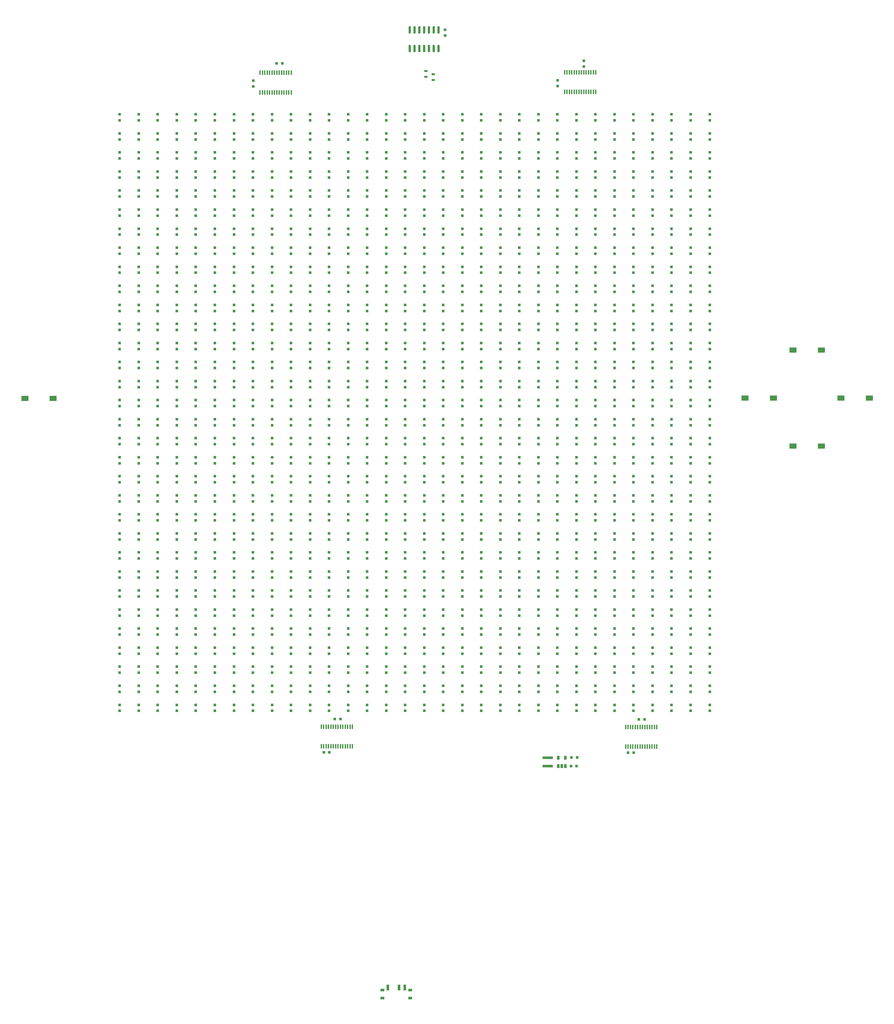
<source format=gtp>
%TF.GenerationSoftware,KiCad,Pcbnew,(5.1.9)-1*%
%TF.CreationDate,2021-07-16T12:39:06-07:00*%
%TF.ProjectId,CoronaBadge1,436f726f-6e61-4426-9164-6765312e6b69,rev?*%
%TF.SameCoordinates,Original*%
%TF.FileFunction,Paste,Top*%
%TF.FilePolarity,Positive*%
%FSLAX46Y46*%
G04 Gerber Fmt 4.6, Leading zero omitted, Abs format (unit mm)*
G04 Created by KiCad (PCBNEW (5.1.9)-1) date 2021-07-16 12:39:06*
%MOMM*%
%LPD*%
G01*
G04 APERTURE LIST*
%ADD10R,1.900000X1.400000*%
%ADD11R,0.800000X0.800000*%
%ADD12R,0.750000X0.800000*%
%ADD13R,0.400000X1.200000*%
%ADD14R,0.650000X1.060000*%
%ADD15R,1.000000X0.800000*%
%ADD16R,0.700000X1.500000*%
%ADD17R,0.900000X0.500000*%
%ADD18R,2.700000X0.800000*%
%ADD19R,0.800000X0.750000*%
G04 APERTURE END LIST*
D10*
X300650000Y-170400000D03*
X293150000Y-170400000D03*
X89750000Y-183200000D03*
X97250000Y-183200000D03*
X300650000Y-195800000D03*
X293150000Y-195800000D03*
X287950000Y-183100000D03*
X280450000Y-183100000D03*
X313350000Y-183100000D03*
X305850000Y-183100000D03*
D11*
X271080472Y-264250473D03*
X271080472Y-265850473D03*
X266041102Y-264250473D03*
X266041102Y-265850473D03*
X261001732Y-264250473D03*
X261001732Y-265850473D03*
X255962362Y-264250473D03*
X255962362Y-265850473D03*
X250922992Y-264250473D03*
X250922992Y-265850473D03*
X245883622Y-264250473D03*
X245883622Y-265850473D03*
X240844251Y-264250473D03*
X240844251Y-265850473D03*
X235804881Y-264250473D03*
X235804881Y-265850473D03*
X230765511Y-264250473D03*
X230765511Y-265850473D03*
X225726141Y-264250473D03*
X225726141Y-265850473D03*
X220686771Y-264250473D03*
X220686771Y-265850473D03*
X215647401Y-264250473D03*
X215647401Y-265850473D03*
X210608031Y-264250473D03*
X210608031Y-265850473D03*
X205568661Y-264250473D03*
X205568661Y-265850473D03*
X200529291Y-264250473D03*
X200529291Y-265850473D03*
X195489921Y-264250473D03*
X195489921Y-265850473D03*
X190450551Y-264250473D03*
X190450551Y-265850473D03*
X185411181Y-264250473D03*
X185411181Y-265850473D03*
X180371811Y-264250473D03*
X180371811Y-265850473D03*
X175332440Y-264250473D03*
X175332440Y-265850473D03*
X170293070Y-264250473D03*
X170293070Y-265850473D03*
X165253700Y-264250473D03*
X165253700Y-265850473D03*
X160214330Y-264250473D03*
X160214330Y-265850473D03*
X155174960Y-264250473D03*
X155174960Y-265850473D03*
X150135590Y-264250473D03*
X150135590Y-265850473D03*
X145096220Y-264250473D03*
X145096220Y-265850473D03*
X140056850Y-264250473D03*
X140056850Y-265850473D03*
X135017480Y-264250473D03*
X135017480Y-265850473D03*
X129978110Y-264250473D03*
X129978110Y-265850473D03*
X124938740Y-264250473D03*
X124938740Y-265850473D03*
X119899370Y-264250473D03*
X119899370Y-265850473D03*
X114860000Y-264250473D03*
X114860000Y-265850473D03*
X271080472Y-259211103D03*
X271080472Y-260811103D03*
X266041102Y-259211103D03*
X266041102Y-260811103D03*
X261001732Y-259211103D03*
X261001732Y-260811103D03*
X255962362Y-259211103D03*
X255962362Y-260811103D03*
X250922992Y-259211103D03*
X250922992Y-260811103D03*
X245883622Y-259211103D03*
X245883622Y-260811103D03*
X240844251Y-259211103D03*
X240844251Y-260811103D03*
X235804881Y-259211103D03*
X235804881Y-260811103D03*
X230765511Y-259211103D03*
X230765511Y-260811103D03*
X225726141Y-259211103D03*
X225726141Y-260811103D03*
X220686771Y-259211103D03*
X220686771Y-260811103D03*
X215647401Y-259211103D03*
X215647401Y-260811103D03*
X210608031Y-259211103D03*
X210608031Y-260811103D03*
X205568661Y-259211103D03*
X205568661Y-260811103D03*
X200529291Y-259211103D03*
X200529291Y-260811103D03*
X195489921Y-259211103D03*
X195489921Y-260811103D03*
X190450551Y-259211103D03*
X190450551Y-260811103D03*
X185411181Y-259211103D03*
X185411181Y-260811103D03*
X180371811Y-259211103D03*
X180371811Y-260811103D03*
X175332440Y-259211103D03*
X175332440Y-260811103D03*
X170293070Y-259211103D03*
X170293070Y-260811103D03*
X165253700Y-259211103D03*
X165253700Y-260811103D03*
X160214330Y-259211103D03*
X160214330Y-260811103D03*
X155174960Y-259211103D03*
X155174960Y-260811103D03*
X150135590Y-259211103D03*
X150135590Y-260811103D03*
X145096220Y-259211103D03*
X145096220Y-260811103D03*
X140056850Y-259211103D03*
X140056850Y-260811103D03*
X135017480Y-259211103D03*
X135017480Y-260811103D03*
X129978110Y-259211103D03*
X129978110Y-260811103D03*
X124938740Y-259211103D03*
X124938740Y-260811103D03*
X119899370Y-259211103D03*
X119899370Y-260811103D03*
X114860000Y-259211103D03*
X114860000Y-260811103D03*
X271080472Y-254171733D03*
X271080472Y-255771733D03*
X266041102Y-254171733D03*
X266041102Y-255771733D03*
X261001732Y-254171733D03*
X261001732Y-255771733D03*
X255962362Y-254171733D03*
X255962362Y-255771733D03*
X250922992Y-254171733D03*
X250922992Y-255771733D03*
X245883622Y-254171733D03*
X245883622Y-255771733D03*
X240844251Y-254171733D03*
X240844251Y-255771733D03*
X235804881Y-254171733D03*
X235804881Y-255771733D03*
X230765511Y-254171733D03*
X230765511Y-255771733D03*
X225726141Y-254171733D03*
X225726141Y-255771733D03*
X220686771Y-254171733D03*
X220686771Y-255771733D03*
X215647401Y-254171733D03*
X215647401Y-255771733D03*
X210608031Y-254171733D03*
X210608031Y-255771733D03*
X205568661Y-254171733D03*
X205568661Y-255771733D03*
X200529291Y-254171733D03*
X200529291Y-255771733D03*
X195489921Y-254171733D03*
X195489921Y-255771733D03*
X190450551Y-254171733D03*
X190450551Y-255771733D03*
X185411181Y-254171733D03*
X185411181Y-255771733D03*
X180371811Y-254171733D03*
X180371811Y-255771733D03*
X175332440Y-254171733D03*
X175332440Y-255771733D03*
X170293070Y-254171733D03*
X170293070Y-255771733D03*
X165253700Y-254171733D03*
X165253700Y-255771733D03*
X160214330Y-254171733D03*
X160214330Y-255771733D03*
X155174960Y-254171733D03*
X155174960Y-255771733D03*
X150135590Y-254171733D03*
X150135590Y-255771733D03*
X145096220Y-254171733D03*
X145096220Y-255771733D03*
X140056850Y-254171733D03*
X140056850Y-255771733D03*
X135017480Y-254171733D03*
X135017480Y-255771733D03*
X129978110Y-254171733D03*
X129978110Y-255771733D03*
X124938740Y-254171733D03*
X124938740Y-255771733D03*
X119899370Y-254171733D03*
X119899370Y-255771733D03*
X114860000Y-254171733D03*
X114860000Y-255771733D03*
X271080472Y-249132363D03*
X271080472Y-250732363D03*
X266041102Y-249132363D03*
X266041102Y-250732363D03*
X261001732Y-249132363D03*
X261001732Y-250732363D03*
X255962362Y-249132363D03*
X255962362Y-250732363D03*
X250922992Y-249132363D03*
X250922992Y-250732363D03*
X245883622Y-249132363D03*
X245883622Y-250732363D03*
X240844251Y-249132363D03*
X240844251Y-250732363D03*
X235804881Y-249132363D03*
X235804881Y-250732363D03*
X230765511Y-249132363D03*
X230765511Y-250732363D03*
X225726141Y-249132363D03*
X225726141Y-250732363D03*
X220686771Y-249132363D03*
X220686771Y-250732363D03*
X215647401Y-249132363D03*
X215647401Y-250732363D03*
X210608031Y-249132363D03*
X210608031Y-250732363D03*
X205568661Y-249132363D03*
X205568661Y-250732363D03*
X200529291Y-249132363D03*
X200529291Y-250732363D03*
X195489921Y-249132363D03*
X195489921Y-250732363D03*
X190450551Y-249132363D03*
X190450551Y-250732363D03*
X185411181Y-249132363D03*
X185411181Y-250732363D03*
X180371811Y-249132363D03*
X180371811Y-250732363D03*
X175332440Y-249132363D03*
X175332440Y-250732363D03*
X170293070Y-249132363D03*
X170293070Y-250732363D03*
X165253700Y-249132363D03*
X165253700Y-250732363D03*
X160214330Y-249132363D03*
X160214330Y-250732363D03*
X155174960Y-249132363D03*
X155174960Y-250732363D03*
X150135590Y-249132363D03*
X150135590Y-250732363D03*
X145096220Y-249132363D03*
X145096220Y-250732363D03*
X140056850Y-249132363D03*
X140056850Y-250732363D03*
X135017480Y-249132363D03*
X135017480Y-250732363D03*
X129978110Y-249132363D03*
X129978110Y-250732363D03*
X124938740Y-249132363D03*
X124938740Y-250732363D03*
X119899370Y-249132363D03*
X119899370Y-250732363D03*
X114860000Y-249132363D03*
X114860000Y-250732363D03*
X271080472Y-244092993D03*
X271080472Y-245692993D03*
X266041102Y-244092993D03*
X266041102Y-245692993D03*
X261001732Y-244092993D03*
X261001732Y-245692993D03*
X255962362Y-244092993D03*
X255962362Y-245692993D03*
X250922992Y-244092993D03*
X250922992Y-245692993D03*
X245883622Y-244092993D03*
X245883622Y-245692993D03*
X240844251Y-244092993D03*
X240844251Y-245692993D03*
X235804881Y-244092993D03*
X235804881Y-245692993D03*
X230765511Y-244092993D03*
X230765511Y-245692993D03*
X225726141Y-244092993D03*
X225726141Y-245692993D03*
X220686771Y-244092993D03*
X220686771Y-245692993D03*
X215647401Y-244092993D03*
X215647401Y-245692993D03*
X210608031Y-244092993D03*
X210608031Y-245692993D03*
X205568661Y-244092993D03*
X205568661Y-245692993D03*
X200529291Y-244092993D03*
X200529291Y-245692993D03*
X195489921Y-244092993D03*
X195489921Y-245692993D03*
X190450551Y-244092993D03*
X190450551Y-245692993D03*
X185411181Y-244092993D03*
X185411181Y-245692993D03*
X180371811Y-244092993D03*
X180371811Y-245692993D03*
X175332440Y-244092993D03*
X175332440Y-245692993D03*
X170293070Y-244092993D03*
X170293070Y-245692993D03*
X165253700Y-244092993D03*
X165253700Y-245692993D03*
X160214330Y-244092993D03*
X160214330Y-245692993D03*
X155174960Y-244092993D03*
X155174960Y-245692993D03*
X150135590Y-244092993D03*
X150135590Y-245692993D03*
X145096220Y-244092993D03*
X145096220Y-245692993D03*
X140056850Y-244092993D03*
X140056850Y-245692993D03*
X135017480Y-244092993D03*
X135017480Y-245692993D03*
X129978110Y-244092993D03*
X129978110Y-245692993D03*
X124938740Y-244092993D03*
X124938740Y-245692993D03*
X119899370Y-244092993D03*
X119899370Y-245692993D03*
X114860000Y-244092993D03*
X114860000Y-245692993D03*
X271080472Y-239053623D03*
X271080472Y-240653623D03*
X266041102Y-239053623D03*
X266041102Y-240653623D03*
X261001732Y-239053623D03*
X261001732Y-240653623D03*
X255962362Y-239053623D03*
X255962362Y-240653623D03*
X250922992Y-239053623D03*
X250922992Y-240653623D03*
X245883622Y-239053623D03*
X245883622Y-240653623D03*
X240844251Y-239053623D03*
X240844251Y-240653623D03*
X235804881Y-239053623D03*
X235804881Y-240653623D03*
X230765511Y-239053623D03*
X230765511Y-240653623D03*
X225726141Y-239053623D03*
X225726141Y-240653623D03*
X220686771Y-239053623D03*
X220686771Y-240653623D03*
X215647401Y-239053623D03*
X215647401Y-240653623D03*
X210608031Y-239053623D03*
X210608031Y-240653623D03*
X205568661Y-239053623D03*
X205568661Y-240653623D03*
X200529291Y-239053623D03*
X200529291Y-240653623D03*
X195489921Y-239053623D03*
X195489921Y-240653623D03*
X190450551Y-239053623D03*
X190450551Y-240653623D03*
X185411181Y-239053623D03*
X185411181Y-240653623D03*
X180371811Y-239053623D03*
X180371811Y-240653623D03*
X175332440Y-239053623D03*
X175332440Y-240653623D03*
X170293070Y-239053623D03*
X170293070Y-240653623D03*
X165253700Y-239053623D03*
X165253700Y-240653623D03*
X160214330Y-239053623D03*
X160214330Y-240653623D03*
X155174960Y-239053623D03*
X155174960Y-240653623D03*
X150135590Y-239053623D03*
X150135590Y-240653623D03*
X145096220Y-239053623D03*
X145096220Y-240653623D03*
X140056850Y-239053623D03*
X140056850Y-240653623D03*
X135017480Y-239053623D03*
X135017480Y-240653623D03*
X129978110Y-239053623D03*
X129978110Y-240653623D03*
X124938740Y-239053623D03*
X124938740Y-240653623D03*
X119899370Y-239053623D03*
X119899370Y-240653623D03*
X114860000Y-239053623D03*
X114860000Y-240653623D03*
X271080472Y-234014252D03*
X271080472Y-235614252D03*
X266041102Y-234014252D03*
X266041102Y-235614252D03*
X261001732Y-234014252D03*
X261001732Y-235614252D03*
X255962362Y-234014252D03*
X255962362Y-235614252D03*
X250922992Y-234014252D03*
X250922992Y-235614252D03*
X245883622Y-234014252D03*
X245883622Y-235614252D03*
X240844251Y-234014252D03*
X240844251Y-235614252D03*
X235804881Y-234014252D03*
X235804881Y-235614252D03*
X230765511Y-234014252D03*
X230765511Y-235614252D03*
X225726141Y-234014252D03*
X225726141Y-235614252D03*
X220686771Y-234014252D03*
X220686771Y-235614252D03*
X215647401Y-234014252D03*
X215647401Y-235614252D03*
X210608031Y-234014252D03*
X210608031Y-235614252D03*
X205568661Y-234014252D03*
X205568661Y-235614252D03*
X200529291Y-234014252D03*
X200529291Y-235614252D03*
X195489921Y-234014252D03*
X195489921Y-235614252D03*
X190450551Y-234014252D03*
X190450551Y-235614252D03*
X185411181Y-234014252D03*
X185411181Y-235614252D03*
X180371811Y-234014252D03*
X180371811Y-235614252D03*
X175332440Y-234014252D03*
X175332440Y-235614252D03*
X170293070Y-234014252D03*
X170293070Y-235614252D03*
X165253700Y-234014252D03*
X165253700Y-235614252D03*
X160214330Y-234014252D03*
X160214330Y-235614252D03*
X155174960Y-234014252D03*
X155174960Y-235614252D03*
X150135590Y-234014252D03*
X150135590Y-235614252D03*
X145096220Y-234014252D03*
X145096220Y-235614252D03*
X140056850Y-234014252D03*
X140056850Y-235614252D03*
X135017480Y-234014252D03*
X135017480Y-235614252D03*
X129978110Y-234014252D03*
X129978110Y-235614252D03*
X124938740Y-234014252D03*
X124938740Y-235614252D03*
X119899370Y-234014252D03*
X119899370Y-235614252D03*
X114860000Y-234014252D03*
X114860000Y-235614252D03*
X271080472Y-228974882D03*
X271080472Y-230574882D03*
X266041102Y-228974882D03*
X266041102Y-230574882D03*
X261001732Y-228974882D03*
X261001732Y-230574882D03*
X255962362Y-228974882D03*
X255962362Y-230574882D03*
X250922992Y-228974882D03*
X250922992Y-230574882D03*
X245883622Y-228974882D03*
X245883622Y-230574882D03*
X240844251Y-228974882D03*
X240844251Y-230574882D03*
X235804881Y-228974882D03*
X235804881Y-230574882D03*
X230765511Y-228974882D03*
X230765511Y-230574882D03*
X225726141Y-228974882D03*
X225726141Y-230574882D03*
X220686771Y-228974882D03*
X220686771Y-230574882D03*
X215647401Y-228974882D03*
X215647401Y-230574882D03*
X210608031Y-228974882D03*
X210608031Y-230574882D03*
X205568661Y-228974882D03*
X205568661Y-230574882D03*
X200529291Y-228974882D03*
X200529291Y-230574882D03*
X195489921Y-228974882D03*
X195489921Y-230574882D03*
X190450551Y-228974882D03*
X190450551Y-230574882D03*
X185411181Y-228974882D03*
X185411181Y-230574882D03*
X180371811Y-228974882D03*
X180371811Y-230574882D03*
X175332440Y-228974882D03*
X175332440Y-230574882D03*
X170293070Y-228974882D03*
X170293070Y-230574882D03*
X165253700Y-228974882D03*
X165253700Y-230574882D03*
X160214330Y-228974882D03*
X160214330Y-230574882D03*
X155174960Y-228974882D03*
X155174960Y-230574882D03*
X150135590Y-228974882D03*
X150135590Y-230574882D03*
X145096220Y-228974882D03*
X145096220Y-230574882D03*
X140056850Y-228974882D03*
X140056850Y-230574882D03*
X135017480Y-228974882D03*
X135017480Y-230574882D03*
X129978110Y-228974882D03*
X129978110Y-230574882D03*
X124938740Y-228974882D03*
X124938740Y-230574882D03*
X119899370Y-228974882D03*
X119899370Y-230574882D03*
X114860000Y-228974882D03*
X114860000Y-230574882D03*
X271080472Y-223935512D03*
X271080472Y-225535512D03*
X266041102Y-223935512D03*
X266041102Y-225535512D03*
X261001732Y-223935512D03*
X261001732Y-225535512D03*
X255962362Y-223935512D03*
X255962362Y-225535512D03*
X250922992Y-223935512D03*
X250922992Y-225535512D03*
X245883622Y-223935512D03*
X245883622Y-225535512D03*
X240844251Y-223935512D03*
X240844251Y-225535512D03*
X235804881Y-223935512D03*
X235804881Y-225535512D03*
X230765511Y-223935512D03*
X230765511Y-225535512D03*
X225726141Y-223935512D03*
X225726141Y-225535512D03*
X220686771Y-223935512D03*
X220686771Y-225535512D03*
X215647401Y-223935512D03*
X215647401Y-225535512D03*
X210608031Y-223935512D03*
X210608031Y-225535512D03*
X205568661Y-223935512D03*
X205568661Y-225535512D03*
X200529291Y-223935512D03*
X200529291Y-225535512D03*
X195489921Y-223935512D03*
X195489921Y-225535512D03*
X190450551Y-223935512D03*
X190450551Y-225535512D03*
X185411181Y-223935512D03*
X185411181Y-225535512D03*
X180371811Y-223935512D03*
X180371811Y-225535512D03*
X175332440Y-223935512D03*
X175332440Y-225535512D03*
X170293070Y-223935512D03*
X170293070Y-225535512D03*
X165253700Y-223935512D03*
X165253700Y-225535512D03*
X160214330Y-223935512D03*
X160214330Y-225535512D03*
X155174960Y-223935512D03*
X155174960Y-225535512D03*
X150135590Y-223935512D03*
X150135590Y-225535512D03*
X145096220Y-223935512D03*
X145096220Y-225535512D03*
X140056850Y-223935512D03*
X140056850Y-225535512D03*
X135017480Y-223935512D03*
X135017480Y-225535512D03*
X129978110Y-223935512D03*
X129978110Y-225535512D03*
X124938740Y-223935512D03*
X124938740Y-225535512D03*
X119899370Y-223935512D03*
X119899370Y-225535512D03*
X114860000Y-223935512D03*
X114860000Y-225535512D03*
X271080472Y-218896142D03*
X271080472Y-220496142D03*
X266041102Y-218896142D03*
X266041102Y-220496142D03*
X261001732Y-218896142D03*
X261001732Y-220496142D03*
X255962362Y-218896142D03*
X255962362Y-220496142D03*
X250922992Y-218896142D03*
X250922992Y-220496142D03*
X245883622Y-218896142D03*
X245883622Y-220496142D03*
X240844251Y-218896142D03*
X240844251Y-220496142D03*
X235804881Y-218896142D03*
X235804881Y-220496142D03*
X230765511Y-218896142D03*
X230765511Y-220496142D03*
X225726141Y-218896142D03*
X225726141Y-220496142D03*
X220686771Y-218896142D03*
X220686771Y-220496142D03*
X215647401Y-218896142D03*
X215647401Y-220496142D03*
X210608031Y-218896142D03*
X210608031Y-220496142D03*
X205568661Y-218896142D03*
X205568661Y-220496142D03*
X200529291Y-218896142D03*
X200529291Y-220496142D03*
X195489921Y-218896142D03*
X195489921Y-220496142D03*
X190450551Y-218896142D03*
X190450551Y-220496142D03*
X185411181Y-218896142D03*
X185411181Y-220496142D03*
X180371811Y-218896142D03*
X180371811Y-220496142D03*
X175332440Y-218896142D03*
X175332440Y-220496142D03*
X170293070Y-218896142D03*
X170293070Y-220496142D03*
X165253700Y-218896142D03*
X165253700Y-220496142D03*
X160214330Y-218896142D03*
X160214330Y-220496142D03*
X155174960Y-218896142D03*
X155174960Y-220496142D03*
X150135590Y-218896142D03*
X150135590Y-220496142D03*
X145096220Y-218896142D03*
X145096220Y-220496142D03*
X140056850Y-218896142D03*
X140056850Y-220496142D03*
X135017480Y-218896142D03*
X135017480Y-220496142D03*
X129978110Y-218896142D03*
X129978110Y-220496142D03*
X124938740Y-218896142D03*
X124938740Y-220496142D03*
X119899370Y-218896142D03*
X119899370Y-220496142D03*
X114860000Y-218896142D03*
X114860000Y-220496142D03*
X271080472Y-213856772D03*
X271080472Y-215456772D03*
X266041102Y-213856772D03*
X266041102Y-215456772D03*
X261001732Y-213856772D03*
X261001732Y-215456772D03*
X255962362Y-213856772D03*
X255962362Y-215456772D03*
X250922992Y-213856772D03*
X250922992Y-215456772D03*
X245883622Y-213856772D03*
X245883622Y-215456772D03*
X240844251Y-213856772D03*
X240844251Y-215456772D03*
X235804881Y-213856772D03*
X235804881Y-215456772D03*
X230765511Y-213856772D03*
X230765511Y-215456772D03*
X225726141Y-213856772D03*
X225726141Y-215456772D03*
X220686771Y-213856772D03*
X220686771Y-215456772D03*
X215647401Y-213856772D03*
X215647401Y-215456772D03*
X210608031Y-213856772D03*
X210608031Y-215456772D03*
X205568661Y-213856772D03*
X205568661Y-215456772D03*
X200529291Y-213856772D03*
X200529291Y-215456772D03*
X195489921Y-213856772D03*
X195489921Y-215456772D03*
X190450551Y-213856772D03*
X190450551Y-215456772D03*
X185411181Y-213856772D03*
X185411181Y-215456772D03*
X180371811Y-213856772D03*
X180371811Y-215456772D03*
X175332440Y-213856772D03*
X175332440Y-215456772D03*
X170293070Y-213856772D03*
X170293070Y-215456772D03*
X165253700Y-213856772D03*
X165253700Y-215456772D03*
X160214330Y-213856772D03*
X160214330Y-215456772D03*
X155174960Y-213856772D03*
X155174960Y-215456772D03*
X150135590Y-213856772D03*
X150135590Y-215456772D03*
X145096220Y-213856772D03*
X145096220Y-215456772D03*
X140056850Y-213856772D03*
X140056850Y-215456772D03*
X135017480Y-213856772D03*
X135017480Y-215456772D03*
X129978110Y-213856772D03*
X129978110Y-215456772D03*
X124938740Y-213856772D03*
X124938740Y-215456772D03*
X119899370Y-213856772D03*
X119899370Y-215456772D03*
X114860000Y-213856772D03*
X114860000Y-215456772D03*
X271080472Y-208817402D03*
X271080472Y-210417402D03*
X266041102Y-208817402D03*
X266041102Y-210417402D03*
X261001732Y-208817402D03*
X261001732Y-210417402D03*
X255962362Y-208817402D03*
X255962362Y-210417402D03*
X250922992Y-208817402D03*
X250922992Y-210417402D03*
X245883622Y-208817402D03*
X245883622Y-210417402D03*
X240844251Y-208817402D03*
X240844251Y-210417402D03*
X235804881Y-208817402D03*
X235804881Y-210417402D03*
X230765511Y-208817402D03*
X230765511Y-210417402D03*
X225726141Y-208817402D03*
X225726141Y-210417402D03*
X220686771Y-208817402D03*
X220686771Y-210417402D03*
X215647401Y-208817402D03*
X215647401Y-210417402D03*
X210608031Y-208817402D03*
X210608031Y-210417402D03*
X205568661Y-208817402D03*
X205568661Y-210417402D03*
X200529291Y-208817402D03*
X200529291Y-210417402D03*
X195489921Y-208817402D03*
X195489921Y-210417402D03*
X190450551Y-208817402D03*
X190450551Y-210417402D03*
X185411181Y-208817402D03*
X185411181Y-210417402D03*
X180371811Y-208817402D03*
X180371811Y-210417402D03*
X175332440Y-208817402D03*
X175332440Y-210417402D03*
X170293070Y-208817402D03*
X170293070Y-210417402D03*
X165253700Y-208817402D03*
X165253700Y-210417402D03*
X160214330Y-208817402D03*
X160214330Y-210417402D03*
X155174960Y-208817402D03*
X155174960Y-210417402D03*
X150135590Y-208817402D03*
X150135590Y-210417402D03*
X145096220Y-208817402D03*
X145096220Y-210417402D03*
X140056850Y-208817402D03*
X140056850Y-210417402D03*
X135017480Y-208817402D03*
X135017480Y-210417402D03*
X129978110Y-208817402D03*
X129978110Y-210417402D03*
X124938740Y-208817402D03*
X124938740Y-210417402D03*
X119899370Y-208817402D03*
X119899370Y-210417402D03*
X114860000Y-208817402D03*
X114860000Y-210417402D03*
X271080472Y-203778032D03*
X271080472Y-205378032D03*
X266041102Y-203778032D03*
X266041102Y-205378032D03*
X261001732Y-203778032D03*
X261001732Y-205378032D03*
X255962362Y-203778032D03*
X255962362Y-205378032D03*
X250922992Y-203778032D03*
X250922992Y-205378032D03*
X245883622Y-203778032D03*
X245883622Y-205378032D03*
X240844251Y-203778032D03*
X240844251Y-205378032D03*
X235804881Y-203778032D03*
X235804881Y-205378032D03*
X230765511Y-203778032D03*
X230765511Y-205378032D03*
X225726141Y-203778032D03*
X225726141Y-205378032D03*
X220686771Y-203778032D03*
X220686771Y-205378032D03*
X215647401Y-203778032D03*
X215647401Y-205378032D03*
X210608031Y-203778032D03*
X210608031Y-205378032D03*
X205568661Y-203778032D03*
X205568661Y-205378032D03*
X200529291Y-203778032D03*
X200529291Y-205378032D03*
X195489921Y-203778032D03*
X195489921Y-205378032D03*
X190450551Y-203778032D03*
X190450551Y-205378032D03*
X185411181Y-203778032D03*
X185411181Y-205378032D03*
X180371811Y-203778032D03*
X180371811Y-205378032D03*
X175332440Y-203778032D03*
X175332440Y-205378032D03*
X170293070Y-203778032D03*
X170293070Y-205378032D03*
X165253700Y-203778032D03*
X165253700Y-205378032D03*
X160214330Y-203778032D03*
X160214330Y-205378032D03*
X155174960Y-203778032D03*
X155174960Y-205378032D03*
X150135590Y-203778032D03*
X150135590Y-205378032D03*
X145096220Y-203778032D03*
X145096220Y-205378032D03*
X140056850Y-203778032D03*
X140056850Y-205378032D03*
X135017480Y-203778032D03*
X135017480Y-205378032D03*
X129978110Y-203778032D03*
X129978110Y-205378032D03*
X124938740Y-203778032D03*
X124938740Y-205378032D03*
X119899370Y-203778032D03*
X119899370Y-205378032D03*
X114860000Y-203778032D03*
X114860000Y-205378032D03*
X271080472Y-198738662D03*
X271080472Y-200338662D03*
X266041102Y-198738662D03*
X266041102Y-200338662D03*
X261001732Y-198738662D03*
X261001732Y-200338662D03*
X255962362Y-198738662D03*
X255962362Y-200338662D03*
X250922992Y-198738662D03*
X250922992Y-200338662D03*
X245883622Y-198738662D03*
X245883622Y-200338662D03*
X240844251Y-198738662D03*
X240844251Y-200338662D03*
X235804881Y-198738662D03*
X235804881Y-200338662D03*
X230765511Y-198738662D03*
X230765511Y-200338662D03*
X225726141Y-198738662D03*
X225726141Y-200338662D03*
X220686771Y-198738662D03*
X220686771Y-200338662D03*
X215647401Y-198738662D03*
X215647401Y-200338662D03*
X210608031Y-198738662D03*
X210608031Y-200338662D03*
X205568661Y-198738662D03*
X205568661Y-200338662D03*
X200529291Y-198738662D03*
X200529291Y-200338662D03*
X195489921Y-198738662D03*
X195489921Y-200338662D03*
X190450551Y-198738662D03*
X190450551Y-200338662D03*
X185411181Y-198738662D03*
X185411181Y-200338662D03*
X180371811Y-198738662D03*
X180371811Y-200338662D03*
X175332440Y-198738662D03*
X175332440Y-200338662D03*
X170293070Y-198738662D03*
X170293070Y-200338662D03*
X165253700Y-198738662D03*
X165253700Y-200338662D03*
X160214330Y-198738662D03*
X160214330Y-200338662D03*
X155174960Y-198738662D03*
X155174960Y-200338662D03*
X150135590Y-198738662D03*
X150135590Y-200338662D03*
X145096220Y-198738662D03*
X145096220Y-200338662D03*
X140056850Y-198738662D03*
X140056850Y-200338662D03*
X135017480Y-198738662D03*
X135017480Y-200338662D03*
X129978110Y-198738662D03*
X129978110Y-200338662D03*
X124938740Y-198738662D03*
X124938740Y-200338662D03*
X119899370Y-198738662D03*
X119899370Y-200338662D03*
X114860000Y-198738662D03*
X114860000Y-200338662D03*
X271080472Y-193699292D03*
X271080472Y-195299292D03*
X266041102Y-193699292D03*
X266041102Y-195299292D03*
X261001732Y-193699292D03*
X261001732Y-195299292D03*
X255962362Y-193699292D03*
X255962362Y-195299292D03*
X250922992Y-193699292D03*
X250922992Y-195299292D03*
X245883622Y-193699292D03*
X245883622Y-195299292D03*
X240844251Y-193699292D03*
X240844251Y-195299292D03*
X235804881Y-193699292D03*
X235804881Y-195299292D03*
X230765511Y-193699292D03*
X230765511Y-195299292D03*
X225726141Y-193699292D03*
X225726141Y-195299292D03*
X220686771Y-193699292D03*
X220686771Y-195299292D03*
X215647401Y-193699292D03*
X215647401Y-195299292D03*
X210608031Y-193699292D03*
X210608031Y-195299292D03*
X205568661Y-193699292D03*
X205568661Y-195299292D03*
X200529291Y-193699292D03*
X200529291Y-195299292D03*
X195489921Y-193699292D03*
X195489921Y-195299292D03*
X190450551Y-193699292D03*
X190450551Y-195299292D03*
X185411181Y-193699292D03*
X185411181Y-195299292D03*
X180371811Y-193699292D03*
X180371811Y-195299292D03*
X175332440Y-193699292D03*
X175332440Y-195299292D03*
X170293070Y-193699292D03*
X170293070Y-195299292D03*
X165253700Y-193699292D03*
X165253700Y-195299292D03*
X160214330Y-193699292D03*
X160214330Y-195299292D03*
X155174960Y-193699292D03*
X155174960Y-195299292D03*
X150135590Y-193699292D03*
X150135590Y-195299292D03*
X145096220Y-193699292D03*
X145096220Y-195299292D03*
X140056850Y-193699292D03*
X140056850Y-195299292D03*
X135017480Y-193699292D03*
X135017480Y-195299292D03*
X129978110Y-193699292D03*
X129978110Y-195299292D03*
X124938740Y-193699292D03*
X124938740Y-195299292D03*
X119899370Y-193699292D03*
X119899370Y-195299292D03*
X114860000Y-193699292D03*
X114860000Y-195299292D03*
X271080472Y-188659922D03*
X271080472Y-190259922D03*
X266041102Y-188659922D03*
X266041102Y-190259922D03*
X261001732Y-188659922D03*
X261001732Y-190259922D03*
X255962362Y-188659922D03*
X255962362Y-190259922D03*
X250922992Y-188659922D03*
X250922992Y-190259922D03*
X245883622Y-188659922D03*
X245883622Y-190259922D03*
X240844251Y-188659922D03*
X240844251Y-190259922D03*
X235804881Y-188659922D03*
X235804881Y-190259922D03*
X230765511Y-188659922D03*
X230765511Y-190259922D03*
X225726141Y-188659922D03*
X225726141Y-190259922D03*
X220686771Y-188659922D03*
X220686771Y-190259922D03*
X215647401Y-188659922D03*
X215647401Y-190259922D03*
X210608031Y-188659922D03*
X210608031Y-190259922D03*
X205568661Y-188659922D03*
X205568661Y-190259922D03*
X200529291Y-188659922D03*
X200529291Y-190259922D03*
X195489921Y-188659922D03*
X195489921Y-190259922D03*
X190450551Y-188659922D03*
X190450551Y-190259922D03*
X185411181Y-188659922D03*
X185411181Y-190259922D03*
X180371811Y-188659922D03*
X180371811Y-190259922D03*
X175332440Y-188659922D03*
X175332440Y-190259922D03*
X170293070Y-188659922D03*
X170293070Y-190259922D03*
X165253700Y-188659922D03*
X165253700Y-190259922D03*
X160214330Y-188659922D03*
X160214330Y-190259922D03*
X155174960Y-188659922D03*
X155174960Y-190259922D03*
X150135590Y-188659922D03*
X150135590Y-190259922D03*
X145096220Y-188659922D03*
X145096220Y-190259922D03*
X140056850Y-188659922D03*
X140056850Y-190259922D03*
X135017480Y-188659922D03*
X135017480Y-190259922D03*
X129978110Y-188659922D03*
X129978110Y-190259922D03*
X124938740Y-188659922D03*
X124938740Y-190259922D03*
X119899370Y-188659922D03*
X119899370Y-190259922D03*
X114860000Y-188659922D03*
X114860000Y-190259922D03*
X271080472Y-183620552D03*
X271080472Y-185220552D03*
X266041102Y-183620552D03*
X266041102Y-185220552D03*
X261001732Y-183620552D03*
X261001732Y-185220552D03*
X255962362Y-183620552D03*
X255962362Y-185220552D03*
X250922992Y-183620552D03*
X250922992Y-185220552D03*
X245883622Y-183620552D03*
X245883622Y-185220552D03*
X240844251Y-183620552D03*
X240844251Y-185220552D03*
X235804881Y-183620552D03*
X235804881Y-185220552D03*
X230765511Y-183620552D03*
X230765511Y-185220552D03*
X225726141Y-183620552D03*
X225726141Y-185220552D03*
X220686771Y-183620552D03*
X220686771Y-185220552D03*
X215647401Y-183620552D03*
X215647401Y-185220552D03*
X210608031Y-183620552D03*
X210608031Y-185220552D03*
X205568661Y-183620552D03*
X205568661Y-185220552D03*
X200529291Y-183620552D03*
X200529291Y-185220552D03*
X195489921Y-183620552D03*
X195489921Y-185220552D03*
X190450551Y-183620552D03*
X190450551Y-185220552D03*
X185411181Y-183620552D03*
X185411181Y-185220552D03*
X180371811Y-183620552D03*
X180371811Y-185220552D03*
X175332440Y-183620552D03*
X175332440Y-185220552D03*
X170293070Y-183620552D03*
X170293070Y-185220552D03*
X165253700Y-183620552D03*
X165253700Y-185220552D03*
X160214330Y-183620552D03*
X160214330Y-185220552D03*
X155174960Y-183620552D03*
X155174960Y-185220552D03*
X150135590Y-183620552D03*
X150135590Y-185220552D03*
X145096220Y-183620552D03*
X145096220Y-185220552D03*
X140056850Y-183620552D03*
X140056850Y-185220552D03*
X135017480Y-183620552D03*
X135017480Y-185220552D03*
X129978110Y-183620552D03*
X129978110Y-185220552D03*
X124938740Y-183620552D03*
X124938740Y-185220552D03*
X119899370Y-183620552D03*
X119899370Y-185220552D03*
X114860000Y-183620552D03*
X114860000Y-185220552D03*
X271080472Y-178581182D03*
X271080472Y-180181182D03*
X266041102Y-178581182D03*
X266041102Y-180181182D03*
X261001732Y-178581182D03*
X261001732Y-180181182D03*
X255962362Y-178581182D03*
X255962362Y-180181182D03*
X250922992Y-178581182D03*
X250922992Y-180181182D03*
X245883622Y-178581182D03*
X245883622Y-180181182D03*
X240844251Y-178581182D03*
X240844251Y-180181182D03*
X235804881Y-178581182D03*
X235804881Y-180181182D03*
X230765511Y-178581182D03*
X230765511Y-180181182D03*
X225726141Y-178581182D03*
X225726141Y-180181182D03*
X220686771Y-178581182D03*
X220686771Y-180181182D03*
X215647401Y-178581182D03*
X215647401Y-180181182D03*
X210608031Y-178581182D03*
X210608031Y-180181182D03*
X205568661Y-178581182D03*
X205568661Y-180181182D03*
X200529291Y-178581182D03*
X200529291Y-180181182D03*
X195489921Y-178581182D03*
X195489921Y-180181182D03*
X190450551Y-178581182D03*
X190450551Y-180181182D03*
X185411181Y-178581182D03*
X185411181Y-180181182D03*
X180371811Y-178581182D03*
X180371811Y-180181182D03*
X175332440Y-178581182D03*
X175332440Y-180181182D03*
X170293070Y-178581182D03*
X170293070Y-180181182D03*
X165253700Y-178581182D03*
X165253700Y-180181182D03*
X160214330Y-178581182D03*
X160214330Y-180181182D03*
X155174960Y-178581182D03*
X155174960Y-180181182D03*
X150135590Y-178581182D03*
X150135590Y-180181182D03*
X145096220Y-178581182D03*
X145096220Y-180181182D03*
X140056850Y-178581182D03*
X140056850Y-180181182D03*
X135017480Y-178581182D03*
X135017480Y-180181182D03*
X129978110Y-178581182D03*
X129978110Y-180181182D03*
X124938740Y-178581182D03*
X124938740Y-180181182D03*
X119899370Y-178581182D03*
X119899370Y-180181182D03*
X114860000Y-178581182D03*
X114860000Y-180181182D03*
X271080472Y-173541812D03*
X271080472Y-175141812D03*
X266041102Y-173541812D03*
X266041102Y-175141812D03*
X261001732Y-173541812D03*
X261001732Y-175141812D03*
X255962362Y-173541812D03*
X255962362Y-175141812D03*
X250922992Y-173541812D03*
X250922992Y-175141812D03*
X245883622Y-173541812D03*
X245883622Y-175141812D03*
X240844251Y-173541812D03*
X240844251Y-175141812D03*
X235804881Y-173541812D03*
X235804881Y-175141812D03*
X230765511Y-173541812D03*
X230765511Y-175141812D03*
X225726141Y-173541812D03*
X225726141Y-175141812D03*
X220686771Y-173541812D03*
X220686771Y-175141812D03*
X215647401Y-173541812D03*
X215647401Y-175141812D03*
X210608031Y-173541812D03*
X210608031Y-175141812D03*
X205568661Y-173541812D03*
X205568661Y-175141812D03*
X200529291Y-173541812D03*
X200529291Y-175141812D03*
X195489921Y-173541812D03*
X195489921Y-175141812D03*
X190450551Y-173541812D03*
X190450551Y-175141812D03*
X185411181Y-173541812D03*
X185411181Y-175141812D03*
X180371811Y-173541812D03*
X180371811Y-175141812D03*
X175332440Y-173541812D03*
X175332440Y-175141812D03*
X170293070Y-173541812D03*
X170293070Y-175141812D03*
X165253700Y-173541812D03*
X165253700Y-175141812D03*
X160214330Y-173541812D03*
X160214330Y-175141812D03*
X155174960Y-173541812D03*
X155174960Y-175141812D03*
X150135590Y-173541812D03*
X150135590Y-175141812D03*
X145096220Y-173541812D03*
X145096220Y-175141812D03*
X140056850Y-173541812D03*
X140056850Y-175141812D03*
X135017480Y-173541812D03*
X135017480Y-175141812D03*
X129978110Y-173541812D03*
X129978110Y-175141812D03*
X124938740Y-173541812D03*
X124938740Y-175141812D03*
X119899370Y-173541812D03*
X119899370Y-175141812D03*
X114860000Y-173541812D03*
X114860000Y-175141812D03*
X271080472Y-168502441D03*
X271080472Y-170102441D03*
X266041102Y-168502441D03*
X266041102Y-170102441D03*
X261001732Y-168502441D03*
X261001732Y-170102441D03*
X255962362Y-168502441D03*
X255962362Y-170102441D03*
X250922992Y-168502441D03*
X250922992Y-170102441D03*
X245883622Y-168502441D03*
X245883622Y-170102441D03*
X240844251Y-168502441D03*
X240844251Y-170102441D03*
X235804881Y-168502441D03*
X235804881Y-170102441D03*
X230765511Y-168502441D03*
X230765511Y-170102441D03*
X225726141Y-168502441D03*
X225726141Y-170102441D03*
X220686771Y-168502441D03*
X220686771Y-170102441D03*
X215647401Y-168502441D03*
X215647401Y-170102441D03*
X210608031Y-168502441D03*
X210608031Y-170102441D03*
X205568661Y-168502441D03*
X205568661Y-170102441D03*
X200529291Y-168502441D03*
X200529291Y-170102441D03*
X195489921Y-168502441D03*
X195489921Y-170102441D03*
X190450551Y-168502441D03*
X190450551Y-170102441D03*
X185411181Y-168502441D03*
X185411181Y-170102441D03*
X180371811Y-168502441D03*
X180371811Y-170102441D03*
X175332440Y-168502441D03*
X175332440Y-170102441D03*
X170293070Y-168502441D03*
X170293070Y-170102441D03*
X165253700Y-168502441D03*
X165253700Y-170102441D03*
X160214330Y-168502441D03*
X160214330Y-170102441D03*
X155174960Y-168502441D03*
X155174960Y-170102441D03*
X150135590Y-168502441D03*
X150135590Y-170102441D03*
X145096220Y-168502441D03*
X145096220Y-170102441D03*
X140056850Y-168502441D03*
X140056850Y-170102441D03*
X135017480Y-168502441D03*
X135017480Y-170102441D03*
X129978110Y-168502441D03*
X129978110Y-170102441D03*
X124938740Y-168502441D03*
X124938740Y-170102441D03*
X119899370Y-168502441D03*
X119899370Y-170102441D03*
X114860000Y-168502441D03*
X114860000Y-170102441D03*
X271080472Y-163463071D03*
X271080472Y-165063071D03*
X266041102Y-163463071D03*
X266041102Y-165063071D03*
X261001732Y-163463071D03*
X261001732Y-165063071D03*
X255962362Y-163463071D03*
X255962362Y-165063071D03*
X250922992Y-163463071D03*
X250922992Y-165063071D03*
X245883622Y-163463071D03*
X245883622Y-165063071D03*
X240844251Y-163463071D03*
X240844251Y-165063071D03*
X235804881Y-163463071D03*
X235804881Y-165063071D03*
X230765511Y-163463071D03*
X230765511Y-165063071D03*
X225726141Y-163463071D03*
X225726141Y-165063071D03*
X220686771Y-163463071D03*
X220686771Y-165063071D03*
X215647401Y-163463071D03*
X215647401Y-165063071D03*
X210608031Y-163463071D03*
X210608031Y-165063071D03*
X205568661Y-163463071D03*
X205568661Y-165063071D03*
X200529291Y-163463071D03*
X200529291Y-165063071D03*
X195489921Y-163463071D03*
X195489921Y-165063071D03*
X190450551Y-163463071D03*
X190450551Y-165063071D03*
X185411181Y-163463071D03*
X185411181Y-165063071D03*
X180371811Y-163463071D03*
X180371811Y-165063071D03*
X175332440Y-163463071D03*
X175332440Y-165063071D03*
X170293070Y-163463071D03*
X170293070Y-165063071D03*
X165253700Y-163463071D03*
X165253700Y-165063071D03*
X160214330Y-163463071D03*
X160214330Y-165063071D03*
X155174960Y-163463071D03*
X155174960Y-165063071D03*
X150135590Y-163463071D03*
X150135590Y-165063071D03*
X145096220Y-163463071D03*
X145096220Y-165063071D03*
X140056850Y-163463071D03*
X140056850Y-165063071D03*
X135017480Y-163463071D03*
X135017480Y-165063071D03*
X129978110Y-163463071D03*
X129978110Y-165063071D03*
X124938740Y-163463071D03*
X124938740Y-165063071D03*
X119899370Y-163463071D03*
X119899370Y-165063071D03*
X114860000Y-163463071D03*
X114860000Y-165063071D03*
X271080472Y-158423701D03*
X271080472Y-160023701D03*
X266041102Y-158423701D03*
X266041102Y-160023701D03*
X261001732Y-158423701D03*
X261001732Y-160023701D03*
X255962362Y-158423701D03*
X255962362Y-160023701D03*
X250922992Y-158423701D03*
X250922992Y-160023701D03*
X245883622Y-158423701D03*
X245883622Y-160023701D03*
X240844251Y-158423701D03*
X240844251Y-160023701D03*
X235804881Y-158423701D03*
X235804881Y-160023701D03*
X230765511Y-158423701D03*
X230765511Y-160023701D03*
X225726141Y-158423701D03*
X225726141Y-160023701D03*
X220686771Y-158423701D03*
X220686771Y-160023701D03*
X215647401Y-158423701D03*
X215647401Y-160023701D03*
X210608031Y-158423701D03*
X210608031Y-160023701D03*
X205568661Y-158423701D03*
X205568661Y-160023701D03*
X200529291Y-158423701D03*
X200529291Y-160023701D03*
X195489921Y-158423701D03*
X195489921Y-160023701D03*
X190450551Y-158423701D03*
X190450551Y-160023701D03*
X185411181Y-158423701D03*
X185411181Y-160023701D03*
X180371811Y-158423701D03*
X180371811Y-160023701D03*
X175332440Y-158423701D03*
X175332440Y-160023701D03*
X170293070Y-158423701D03*
X170293070Y-160023701D03*
X165253700Y-158423701D03*
X165253700Y-160023701D03*
X160214330Y-158423701D03*
X160214330Y-160023701D03*
X155174960Y-158423701D03*
X155174960Y-160023701D03*
X150135590Y-158423701D03*
X150135590Y-160023701D03*
X145096220Y-158423701D03*
X145096220Y-160023701D03*
X140056850Y-158423701D03*
X140056850Y-160023701D03*
X135017480Y-158423701D03*
X135017480Y-160023701D03*
X129978110Y-158423701D03*
X129978110Y-160023701D03*
X124938740Y-158423701D03*
X124938740Y-160023701D03*
X119899370Y-158423701D03*
X119899370Y-160023701D03*
X114860000Y-158423701D03*
X114860000Y-160023701D03*
X271080472Y-153384331D03*
X271080472Y-154984331D03*
X266041102Y-153384331D03*
X266041102Y-154984331D03*
X261001732Y-153384331D03*
X261001732Y-154984331D03*
X255962362Y-153384331D03*
X255962362Y-154984331D03*
X250922992Y-153384331D03*
X250922992Y-154984331D03*
X245883622Y-153384331D03*
X245883622Y-154984331D03*
X240844251Y-153384331D03*
X240844251Y-154984331D03*
X235804881Y-153384331D03*
X235804881Y-154984331D03*
X230765511Y-153384331D03*
X230765511Y-154984331D03*
X225726141Y-153384331D03*
X225726141Y-154984331D03*
X220686771Y-153384331D03*
X220686771Y-154984331D03*
X215647401Y-153384331D03*
X215647401Y-154984331D03*
X210608031Y-153384331D03*
X210608031Y-154984331D03*
X205568661Y-153384331D03*
X205568661Y-154984331D03*
X200529291Y-153384331D03*
X200529291Y-154984331D03*
X195489921Y-153384331D03*
X195489921Y-154984331D03*
X190450551Y-153384331D03*
X190450551Y-154984331D03*
X185411181Y-153384331D03*
X185411181Y-154984331D03*
X180371811Y-153384331D03*
X180371811Y-154984331D03*
X175332440Y-153384331D03*
X175332440Y-154984331D03*
X170293070Y-153384331D03*
X170293070Y-154984331D03*
X165253700Y-153384331D03*
X165253700Y-154984331D03*
X160214330Y-153384331D03*
X160214330Y-154984331D03*
X155174960Y-153384331D03*
X155174960Y-154984331D03*
X150135590Y-153384331D03*
X150135590Y-154984331D03*
X145096220Y-153384331D03*
X145096220Y-154984331D03*
X140056850Y-153384331D03*
X140056850Y-154984331D03*
X135017480Y-153384331D03*
X135017480Y-154984331D03*
X129978110Y-153384331D03*
X129978110Y-154984331D03*
X124938740Y-153384331D03*
X124938740Y-154984331D03*
X119899370Y-153384331D03*
X119899370Y-154984331D03*
X114860000Y-153384331D03*
X114860000Y-154984331D03*
X271080472Y-148344961D03*
X271080472Y-149944961D03*
X266041102Y-148344961D03*
X266041102Y-149944961D03*
X261001732Y-148344961D03*
X261001732Y-149944961D03*
X255962362Y-148344961D03*
X255962362Y-149944961D03*
X250922992Y-148344961D03*
X250922992Y-149944961D03*
X245883622Y-148344961D03*
X245883622Y-149944961D03*
X240844251Y-148344961D03*
X240844251Y-149944961D03*
X235804881Y-148344961D03*
X235804881Y-149944961D03*
X230765511Y-148344961D03*
X230765511Y-149944961D03*
X225726141Y-148344961D03*
X225726141Y-149944961D03*
X220686771Y-148344961D03*
X220686771Y-149944961D03*
X215647401Y-148344961D03*
X215647401Y-149944961D03*
X210608031Y-148344961D03*
X210608031Y-149944961D03*
X205568661Y-148344961D03*
X205568661Y-149944961D03*
X200529291Y-148344961D03*
X200529291Y-149944961D03*
X195489921Y-148344961D03*
X195489921Y-149944961D03*
X190450551Y-148344961D03*
X190450551Y-149944961D03*
X185411181Y-148344961D03*
X185411181Y-149944961D03*
X180371811Y-148344961D03*
X180371811Y-149944961D03*
X175332440Y-148344961D03*
X175332440Y-149944961D03*
X170293070Y-148344961D03*
X170293070Y-149944961D03*
X165253700Y-148344961D03*
X165253700Y-149944961D03*
X160214330Y-148344961D03*
X160214330Y-149944961D03*
X155174960Y-148344961D03*
X155174960Y-149944961D03*
X150135590Y-148344961D03*
X150135590Y-149944961D03*
X145096220Y-148344961D03*
X145096220Y-149944961D03*
X140056850Y-148344961D03*
X140056850Y-149944961D03*
X135017480Y-148344961D03*
X135017480Y-149944961D03*
X129978110Y-148344961D03*
X129978110Y-149944961D03*
X124938740Y-148344961D03*
X124938740Y-149944961D03*
X119899370Y-148344961D03*
X119899370Y-149944961D03*
X114860000Y-148344961D03*
X114860000Y-149944961D03*
X271080472Y-143305591D03*
X271080472Y-144905591D03*
X266041102Y-143305591D03*
X266041102Y-144905591D03*
X261001732Y-143305591D03*
X261001732Y-144905591D03*
X255962362Y-143305591D03*
X255962362Y-144905591D03*
X250922992Y-143305591D03*
X250922992Y-144905591D03*
X245883622Y-143305591D03*
X245883622Y-144905591D03*
X240844251Y-143305591D03*
X240844251Y-144905591D03*
X235804881Y-143305591D03*
X235804881Y-144905591D03*
X230765511Y-143305591D03*
X230765511Y-144905591D03*
X225726141Y-143305591D03*
X225726141Y-144905591D03*
X220686771Y-143305591D03*
X220686771Y-144905591D03*
X215647401Y-143305591D03*
X215647401Y-144905591D03*
X210608031Y-143305591D03*
X210608031Y-144905591D03*
X205568661Y-143305591D03*
X205568661Y-144905591D03*
X200529291Y-143305591D03*
X200529291Y-144905591D03*
X195489921Y-143305591D03*
X195489921Y-144905591D03*
X190450551Y-143305591D03*
X190450551Y-144905591D03*
X185411181Y-143305591D03*
X185411181Y-144905591D03*
X180371811Y-143305591D03*
X180371811Y-144905591D03*
X175332440Y-143305591D03*
X175332440Y-144905591D03*
X170293070Y-143305591D03*
X170293070Y-144905591D03*
X165253700Y-143305591D03*
X165253700Y-144905591D03*
X160214330Y-143305591D03*
X160214330Y-144905591D03*
X155174960Y-143305591D03*
X155174960Y-144905591D03*
X150135590Y-143305591D03*
X150135590Y-144905591D03*
X145096220Y-143305591D03*
X145096220Y-144905591D03*
X140056850Y-143305591D03*
X140056850Y-144905591D03*
X135017480Y-143305591D03*
X135017480Y-144905591D03*
X129978110Y-143305591D03*
X129978110Y-144905591D03*
X124938740Y-143305591D03*
X124938740Y-144905591D03*
X119899370Y-143305591D03*
X119899370Y-144905591D03*
X114860000Y-143305591D03*
X114860000Y-144905591D03*
X271080472Y-138266221D03*
X271080472Y-139866221D03*
X266041102Y-138266221D03*
X266041102Y-139866221D03*
X261001732Y-138266221D03*
X261001732Y-139866221D03*
X255962362Y-138266221D03*
X255962362Y-139866221D03*
X250922992Y-138266221D03*
X250922992Y-139866221D03*
X245883622Y-138266221D03*
X245883622Y-139866221D03*
X240844251Y-138266221D03*
X240844251Y-139866221D03*
X235804881Y-138266221D03*
X235804881Y-139866221D03*
X230765511Y-138266221D03*
X230765511Y-139866221D03*
X225726141Y-138266221D03*
X225726141Y-139866221D03*
X220686771Y-138266221D03*
X220686771Y-139866221D03*
X215647401Y-138266221D03*
X215647401Y-139866221D03*
X210608031Y-138266221D03*
X210608031Y-139866221D03*
X205568661Y-138266221D03*
X205568661Y-139866221D03*
X200529291Y-138266221D03*
X200529291Y-139866221D03*
X195489921Y-138266221D03*
X195489921Y-139866221D03*
X190450551Y-138266221D03*
X190450551Y-139866221D03*
X185411181Y-138266221D03*
X185411181Y-139866221D03*
X180371811Y-138266221D03*
X180371811Y-139866221D03*
X175332440Y-138266221D03*
X175332440Y-139866221D03*
X170293070Y-138266221D03*
X170293070Y-139866221D03*
X165253700Y-138266221D03*
X165253700Y-139866221D03*
X160214330Y-138266221D03*
X160214330Y-139866221D03*
X155174960Y-138266221D03*
X155174960Y-139866221D03*
X150135590Y-138266221D03*
X150135590Y-139866221D03*
X145096220Y-138266221D03*
X145096220Y-139866221D03*
X140056850Y-138266221D03*
X140056850Y-139866221D03*
X135017480Y-138266221D03*
X135017480Y-139866221D03*
X129978110Y-138266221D03*
X129978110Y-139866221D03*
X124938740Y-138266221D03*
X124938740Y-139866221D03*
X119899370Y-138266221D03*
X119899370Y-139866221D03*
X114860000Y-138266221D03*
X114860000Y-139866221D03*
X271080472Y-133226851D03*
X271080472Y-134826851D03*
X266041102Y-133226851D03*
X266041102Y-134826851D03*
X261001732Y-133226851D03*
X261001732Y-134826851D03*
X255962362Y-133226851D03*
X255962362Y-134826851D03*
X250922992Y-133226851D03*
X250922992Y-134826851D03*
X245883622Y-133226851D03*
X245883622Y-134826851D03*
X240844251Y-133226851D03*
X240844251Y-134826851D03*
X235804881Y-133226851D03*
X235804881Y-134826851D03*
X230765511Y-133226851D03*
X230765511Y-134826851D03*
X225726141Y-133226851D03*
X225726141Y-134826851D03*
X220686771Y-133226851D03*
X220686771Y-134826851D03*
X215647401Y-133226851D03*
X215647401Y-134826851D03*
X210608031Y-133226851D03*
X210608031Y-134826851D03*
X205568661Y-133226851D03*
X205568661Y-134826851D03*
X200529291Y-133226851D03*
X200529291Y-134826851D03*
X195489921Y-133226851D03*
X195489921Y-134826851D03*
X190450551Y-133226851D03*
X190450551Y-134826851D03*
X185411181Y-133226851D03*
X185411181Y-134826851D03*
X180371811Y-133226851D03*
X180371811Y-134826851D03*
X175332440Y-133226851D03*
X175332440Y-134826851D03*
X170293070Y-133226851D03*
X170293070Y-134826851D03*
X165253700Y-133226851D03*
X165253700Y-134826851D03*
X160214330Y-133226851D03*
X160214330Y-134826851D03*
X155174960Y-133226851D03*
X155174960Y-134826851D03*
X150135590Y-133226851D03*
X150135590Y-134826851D03*
X145096220Y-133226851D03*
X145096220Y-134826851D03*
X140056850Y-133226851D03*
X140056850Y-134826851D03*
X135017480Y-133226851D03*
X135017480Y-134826851D03*
X129978110Y-133226851D03*
X129978110Y-134826851D03*
X124938740Y-133226851D03*
X124938740Y-134826851D03*
X119899370Y-133226851D03*
X119899370Y-134826851D03*
X114860000Y-133226851D03*
X114860000Y-134826851D03*
X271080472Y-128187481D03*
X271080472Y-129787481D03*
X266041102Y-128187481D03*
X266041102Y-129787481D03*
X261001732Y-128187481D03*
X261001732Y-129787481D03*
X255962362Y-128187481D03*
X255962362Y-129787481D03*
X250922992Y-128187481D03*
X250922992Y-129787481D03*
X245883622Y-128187481D03*
X245883622Y-129787481D03*
X240844251Y-128187481D03*
X240844251Y-129787481D03*
X235804881Y-128187481D03*
X235804881Y-129787481D03*
X230765511Y-128187481D03*
X230765511Y-129787481D03*
X225726141Y-128187481D03*
X225726141Y-129787481D03*
X220686771Y-128187481D03*
X220686771Y-129787481D03*
X215647401Y-128187481D03*
X215647401Y-129787481D03*
X210608031Y-128187481D03*
X210608031Y-129787481D03*
X205568661Y-128187481D03*
X205568661Y-129787481D03*
X200529291Y-128187481D03*
X200529291Y-129787481D03*
X195489921Y-128187481D03*
X195489921Y-129787481D03*
X190450551Y-128187481D03*
X190450551Y-129787481D03*
X185411181Y-128187481D03*
X185411181Y-129787481D03*
X180371811Y-128187481D03*
X180371811Y-129787481D03*
X175332440Y-128187481D03*
X175332440Y-129787481D03*
X170293070Y-128187481D03*
X170293070Y-129787481D03*
X165253700Y-128187481D03*
X165253700Y-129787481D03*
X160214330Y-128187481D03*
X160214330Y-129787481D03*
X155174960Y-128187481D03*
X155174960Y-129787481D03*
X150135590Y-128187481D03*
X150135590Y-129787481D03*
X145096220Y-128187481D03*
X145096220Y-129787481D03*
X140056850Y-128187481D03*
X140056850Y-129787481D03*
X135017480Y-128187481D03*
X135017480Y-129787481D03*
X129978110Y-128187481D03*
X129978110Y-129787481D03*
X124938740Y-128187481D03*
X124938740Y-129787481D03*
X119899370Y-128187481D03*
X119899370Y-129787481D03*
X114860000Y-128187481D03*
X114860000Y-129787481D03*
X271080472Y-123148111D03*
X271080472Y-124748111D03*
X266041102Y-123148111D03*
X266041102Y-124748111D03*
X261001732Y-123148111D03*
X261001732Y-124748111D03*
X255962362Y-123148111D03*
X255962362Y-124748111D03*
X250922992Y-123148111D03*
X250922992Y-124748111D03*
X245883622Y-123148111D03*
X245883622Y-124748111D03*
X240844251Y-123148111D03*
X240844251Y-124748111D03*
X235804881Y-123148111D03*
X235804881Y-124748111D03*
X230765511Y-123148111D03*
X230765511Y-124748111D03*
X225726141Y-123148111D03*
X225726141Y-124748111D03*
X220686771Y-123148111D03*
X220686771Y-124748111D03*
X215647401Y-123148111D03*
X215647401Y-124748111D03*
X210608031Y-123148111D03*
X210608031Y-124748111D03*
X205568661Y-123148111D03*
X205568661Y-124748111D03*
X200529291Y-123148111D03*
X200529291Y-124748111D03*
X195489921Y-123148111D03*
X195489921Y-124748111D03*
X190450551Y-123148111D03*
X190450551Y-124748111D03*
X185411181Y-123148111D03*
X185411181Y-124748111D03*
X180371811Y-123148111D03*
X180371811Y-124748111D03*
X175332440Y-123148111D03*
X175332440Y-124748111D03*
X170293070Y-123148111D03*
X170293070Y-124748111D03*
X165253700Y-123148111D03*
X165253700Y-124748111D03*
X160214330Y-123148111D03*
X160214330Y-124748111D03*
X155174960Y-123148111D03*
X155174960Y-124748111D03*
X150135590Y-123148111D03*
X150135590Y-124748111D03*
X145096220Y-123148111D03*
X145096220Y-124748111D03*
X140056850Y-123148111D03*
X140056850Y-124748111D03*
X135017480Y-123148111D03*
X135017480Y-124748111D03*
X129978110Y-123148111D03*
X129978110Y-124748111D03*
X124938740Y-123148111D03*
X124938740Y-124748111D03*
X119899370Y-123148111D03*
X119899370Y-124748111D03*
X114860000Y-123148111D03*
X114860000Y-124748111D03*
X271080472Y-118108741D03*
X271080472Y-119708741D03*
X266041102Y-118108741D03*
X266041102Y-119708741D03*
X261001732Y-118108741D03*
X261001732Y-119708741D03*
X255962362Y-118108741D03*
X255962362Y-119708741D03*
X250922992Y-118108741D03*
X250922992Y-119708741D03*
X245883622Y-118108741D03*
X245883622Y-119708741D03*
X240844251Y-118108741D03*
X240844251Y-119708741D03*
X235804881Y-118108741D03*
X235804881Y-119708741D03*
X230765511Y-118108741D03*
X230765511Y-119708741D03*
X225726141Y-118108741D03*
X225726141Y-119708741D03*
X220686771Y-118108741D03*
X220686771Y-119708741D03*
X215647401Y-118108741D03*
X215647401Y-119708741D03*
X210608031Y-118108741D03*
X210608031Y-119708741D03*
X205568661Y-118108741D03*
X205568661Y-119708741D03*
X200529291Y-118108741D03*
X200529291Y-119708741D03*
X195489921Y-118108741D03*
X195489921Y-119708741D03*
X190450551Y-118108741D03*
X190450551Y-119708741D03*
X185411181Y-118108741D03*
X185411181Y-119708741D03*
X180371811Y-118108741D03*
X180371811Y-119708741D03*
X175332440Y-118108741D03*
X175332440Y-119708741D03*
X170293070Y-118108741D03*
X170293070Y-119708741D03*
X165253700Y-118108741D03*
X165253700Y-119708741D03*
X160214330Y-118108741D03*
X160214330Y-119708741D03*
X155174960Y-118108741D03*
X155174960Y-119708741D03*
X150135590Y-118108741D03*
X150135590Y-119708741D03*
X145096220Y-118108741D03*
X145096220Y-119708741D03*
X140056850Y-118108741D03*
X140056850Y-119708741D03*
X135017480Y-118108741D03*
X135017480Y-119708741D03*
X129978110Y-118108741D03*
X129978110Y-119708741D03*
X124938740Y-118108741D03*
X124938740Y-119708741D03*
X119899370Y-118108741D03*
X119899370Y-119708741D03*
X114860000Y-118108741D03*
X114860000Y-119708741D03*
X271080472Y-113069371D03*
X271080472Y-114669371D03*
X266041102Y-113069371D03*
X266041102Y-114669371D03*
X261001732Y-113069371D03*
X261001732Y-114669371D03*
X255962362Y-113069371D03*
X255962362Y-114669371D03*
X250922992Y-113069371D03*
X250922992Y-114669371D03*
X245883622Y-113069371D03*
X245883622Y-114669371D03*
X240844251Y-113069371D03*
X240844251Y-114669371D03*
X235804881Y-113069371D03*
X235804881Y-114669371D03*
X230765511Y-113069371D03*
X230765511Y-114669371D03*
X225726141Y-113069371D03*
X225726141Y-114669371D03*
X220686771Y-113069371D03*
X220686771Y-114669371D03*
X215647401Y-113069371D03*
X215647401Y-114669371D03*
X210608031Y-113069371D03*
X210608031Y-114669371D03*
X205568661Y-113069371D03*
X205568661Y-114669371D03*
X200529291Y-113069371D03*
X200529291Y-114669371D03*
X195489921Y-113069371D03*
X195489921Y-114669371D03*
X190450551Y-113069371D03*
X190450551Y-114669371D03*
X185411181Y-113069371D03*
X185411181Y-114669371D03*
X180371811Y-113069371D03*
X180371811Y-114669371D03*
X175332440Y-113069371D03*
X175332440Y-114669371D03*
X170293070Y-113069371D03*
X170293070Y-114669371D03*
X165253700Y-113069371D03*
X165253700Y-114669371D03*
X160214330Y-113069371D03*
X160214330Y-114669371D03*
X155174960Y-113069371D03*
X155174960Y-114669371D03*
X150135590Y-113069371D03*
X150135590Y-114669371D03*
X145096220Y-113069371D03*
X145096220Y-114669371D03*
X140056850Y-113069371D03*
X140056850Y-114669371D03*
X135017480Y-113069371D03*
X135017480Y-114669371D03*
X129978110Y-113069371D03*
X129978110Y-114669371D03*
X124938740Y-113069371D03*
X124938740Y-114669371D03*
X119899370Y-113069371D03*
X119899370Y-114669371D03*
X114860000Y-113069371D03*
X114860000Y-114669371D03*
X271080472Y-108030000D03*
X271080472Y-109630000D03*
X266041102Y-108030000D03*
X266041102Y-109630000D03*
X261001732Y-108030000D03*
X261001732Y-109630000D03*
X255962362Y-108030000D03*
X255962362Y-109630000D03*
X250922992Y-108030000D03*
X250922992Y-109630000D03*
X245883622Y-108030000D03*
X245883622Y-109630000D03*
X240844251Y-108030000D03*
X240844251Y-109630000D03*
X235804881Y-108030000D03*
X235804881Y-109630000D03*
X230765511Y-108030000D03*
X230765511Y-109630000D03*
X225726141Y-108030000D03*
X225726141Y-109630000D03*
X220686771Y-108030000D03*
X220686771Y-109630000D03*
X215647401Y-108030000D03*
X215647401Y-109630000D03*
X210608031Y-108030000D03*
X210608031Y-109630000D03*
X205568661Y-108030000D03*
X205568661Y-109630000D03*
X200529291Y-108030000D03*
X200529291Y-109630000D03*
X195489921Y-108030000D03*
X195489921Y-109630000D03*
X190450551Y-108030000D03*
X190450551Y-109630000D03*
X185411181Y-108030000D03*
X185411181Y-109630000D03*
X180371811Y-108030000D03*
X180371811Y-109630000D03*
X175332440Y-108030000D03*
X175332440Y-109630000D03*
X170293070Y-108030000D03*
X170293070Y-109630000D03*
X165253700Y-108030000D03*
X165253700Y-109630000D03*
X160214330Y-108030000D03*
X160214330Y-109630000D03*
X155174960Y-108030000D03*
X155174960Y-109630000D03*
X150135590Y-108030000D03*
X150135590Y-109630000D03*
X145096220Y-108030000D03*
X145096220Y-109630000D03*
X140056850Y-108030000D03*
X140056850Y-109630000D03*
X135017480Y-108030000D03*
X135017480Y-109630000D03*
X129978110Y-108030000D03*
X129978110Y-109630000D03*
X124938740Y-108030000D03*
X124938740Y-109630000D03*
X119899370Y-108030000D03*
X119899370Y-109630000D03*
X114860000Y-108030000D03*
X114860000Y-109630000D03*
D12*
X237750000Y-93850000D03*
X237750000Y-95350000D03*
D13*
X257077500Y-270100000D03*
X256442500Y-270100000D03*
X255807500Y-270100000D03*
X255172500Y-270100000D03*
X254537500Y-270100000D03*
X253902500Y-270100000D03*
X253267500Y-270100000D03*
X252632500Y-270100000D03*
X251997500Y-270100000D03*
X251362500Y-270100000D03*
X250727500Y-270100000D03*
X250092500Y-270100000D03*
X249457500Y-270100000D03*
X248822500Y-270100000D03*
X248822500Y-275300000D03*
X249457500Y-275300000D03*
X250092500Y-275300000D03*
X250727500Y-275300000D03*
X251362500Y-275300000D03*
X251997500Y-275300000D03*
X252632500Y-275300000D03*
X253267500Y-275300000D03*
X253902500Y-275300000D03*
X254537500Y-275300000D03*
X255172500Y-275300000D03*
X255807500Y-275300000D03*
X256442500Y-275300000D03*
X257077500Y-275300000D03*
X176477500Y-270050000D03*
X175842500Y-270050000D03*
X175207500Y-270050000D03*
X174572500Y-270050000D03*
X173937500Y-270050000D03*
X173302500Y-270050000D03*
X172667500Y-270050000D03*
X172032500Y-270050000D03*
X171397500Y-270050000D03*
X170762500Y-270050000D03*
X170127500Y-270050000D03*
X169492500Y-270050000D03*
X168857500Y-270050000D03*
X168222500Y-270050000D03*
X168222500Y-275250000D03*
X168857500Y-275250000D03*
X169492500Y-275250000D03*
X170127500Y-275250000D03*
X170762500Y-275250000D03*
X171397500Y-275250000D03*
X172032500Y-275250000D03*
X172667500Y-275250000D03*
X173302500Y-275250000D03*
X173937500Y-275250000D03*
X174572500Y-275250000D03*
X175207500Y-275250000D03*
X175842500Y-275250000D03*
X176477500Y-275250000D03*
X240927500Y-96900000D03*
X240292500Y-96900000D03*
X239657500Y-96900000D03*
X239022500Y-96900000D03*
X238387500Y-96900000D03*
X237752500Y-96900000D03*
X237117500Y-96900000D03*
X236482500Y-96900000D03*
X235847500Y-96900000D03*
X235212500Y-96900000D03*
X234577500Y-96900000D03*
X233942500Y-96900000D03*
X233307500Y-96900000D03*
X232672500Y-96900000D03*
X232672500Y-102100000D03*
X233307500Y-102100000D03*
X233942500Y-102100000D03*
X234577500Y-102100000D03*
X235212500Y-102100000D03*
X235847500Y-102100000D03*
X236482500Y-102100000D03*
X237117500Y-102100000D03*
X237752500Y-102100000D03*
X238387500Y-102100000D03*
X239022500Y-102100000D03*
X239657500Y-102100000D03*
X240292500Y-102100000D03*
X240927500Y-102100000D03*
X160277500Y-97000000D03*
X159642500Y-97000000D03*
X159007500Y-97000000D03*
X158372500Y-97000000D03*
X157737500Y-97000000D03*
X157102500Y-97000000D03*
X156467500Y-97000000D03*
X155832500Y-97000000D03*
X155197500Y-97000000D03*
X154562500Y-97000000D03*
X153927500Y-97000000D03*
X153292500Y-97000000D03*
X152657500Y-97000000D03*
X152022500Y-97000000D03*
X152022500Y-102200000D03*
X152657500Y-102200000D03*
X153292500Y-102200000D03*
X153927500Y-102200000D03*
X154562500Y-102200000D03*
X155197500Y-102200000D03*
X155832500Y-102200000D03*
X156467500Y-102200000D03*
X157102500Y-102200000D03*
X157737500Y-102200000D03*
X158372500Y-102200000D03*
X159007500Y-102200000D03*
X159642500Y-102200000D03*
X160277500Y-102200000D03*
D14*
X230950000Y-280450000D03*
X231900000Y-280450000D03*
X232850000Y-280450000D03*
X232850000Y-278250000D03*
X230950000Y-278250000D03*
G36*
G01*
X199110000Y-89650000D02*
X199410000Y-89650000D01*
G75*
G02*
X199560000Y-89800000I0J-150000D01*
G01*
X199560000Y-91450000D01*
G75*
G02*
X199410000Y-91600000I-150000J0D01*
G01*
X199110000Y-91600000D01*
G75*
G02*
X198960000Y-91450000I0J150000D01*
G01*
X198960000Y-89800000D01*
G75*
G02*
X199110000Y-89650000I150000J0D01*
G01*
G37*
G36*
G01*
X197840000Y-89650000D02*
X198140000Y-89650000D01*
G75*
G02*
X198290000Y-89800000I0J-150000D01*
G01*
X198290000Y-91450000D01*
G75*
G02*
X198140000Y-91600000I-150000J0D01*
G01*
X197840000Y-91600000D01*
G75*
G02*
X197690000Y-91450000I0J150000D01*
G01*
X197690000Y-89800000D01*
G75*
G02*
X197840000Y-89650000I150000J0D01*
G01*
G37*
G36*
G01*
X196570000Y-89650000D02*
X196870000Y-89650000D01*
G75*
G02*
X197020000Y-89800000I0J-150000D01*
G01*
X197020000Y-91450000D01*
G75*
G02*
X196870000Y-91600000I-150000J0D01*
G01*
X196570000Y-91600000D01*
G75*
G02*
X196420000Y-91450000I0J150000D01*
G01*
X196420000Y-89800000D01*
G75*
G02*
X196570000Y-89650000I150000J0D01*
G01*
G37*
G36*
G01*
X195300000Y-89650000D02*
X195600000Y-89650000D01*
G75*
G02*
X195750000Y-89800000I0J-150000D01*
G01*
X195750000Y-91450000D01*
G75*
G02*
X195600000Y-91600000I-150000J0D01*
G01*
X195300000Y-91600000D01*
G75*
G02*
X195150000Y-91450000I0J150000D01*
G01*
X195150000Y-89800000D01*
G75*
G02*
X195300000Y-89650000I150000J0D01*
G01*
G37*
G36*
G01*
X194030000Y-89650000D02*
X194330000Y-89650000D01*
G75*
G02*
X194480000Y-89800000I0J-150000D01*
G01*
X194480000Y-91450000D01*
G75*
G02*
X194330000Y-91600000I-150000J0D01*
G01*
X194030000Y-91600000D01*
G75*
G02*
X193880000Y-91450000I0J150000D01*
G01*
X193880000Y-89800000D01*
G75*
G02*
X194030000Y-89650000I150000J0D01*
G01*
G37*
G36*
G01*
X192760000Y-89650000D02*
X193060000Y-89650000D01*
G75*
G02*
X193210000Y-89800000I0J-150000D01*
G01*
X193210000Y-91450000D01*
G75*
G02*
X193060000Y-91600000I-150000J0D01*
G01*
X192760000Y-91600000D01*
G75*
G02*
X192610000Y-91450000I0J150000D01*
G01*
X192610000Y-89800000D01*
G75*
G02*
X192760000Y-89650000I150000J0D01*
G01*
G37*
G36*
G01*
X191490000Y-89650000D02*
X191790000Y-89650000D01*
G75*
G02*
X191940000Y-89800000I0J-150000D01*
G01*
X191940000Y-91450000D01*
G75*
G02*
X191790000Y-91600000I-150000J0D01*
G01*
X191490000Y-91600000D01*
G75*
G02*
X191340000Y-91450000I0J150000D01*
G01*
X191340000Y-89800000D01*
G75*
G02*
X191490000Y-89650000I150000J0D01*
G01*
G37*
G36*
G01*
X191490000Y-84700000D02*
X191790000Y-84700000D01*
G75*
G02*
X191940000Y-84850000I0J-150000D01*
G01*
X191940000Y-86500000D01*
G75*
G02*
X191790000Y-86650000I-150000J0D01*
G01*
X191490000Y-86650000D01*
G75*
G02*
X191340000Y-86500000I0J150000D01*
G01*
X191340000Y-84850000D01*
G75*
G02*
X191490000Y-84700000I150000J0D01*
G01*
G37*
G36*
G01*
X192760000Y-84700000D02*
X193060000Y-84700000D01*
G75*
G02*
X193210000Y-84850000I0J-150000D01*
G01*
X193210000Y-86500000D01*
G75*
G02*
X193060000Y-86650000I-150000J0D01*
G01*
X192760000Y-86650000D01*
G75*
G02*
X192610000Y-86500000I0J150000D01*
G01*
X192610000Y-84850000D01*
G75*
G02*
X192760000Y-84700000I150000J0D01*
G01*
G37*
G36*
G01*
X194030000Y-84700000D02*
X194330000Y-84700000D01*
G75*
G02*
X194480000Y-84850000I0J-150000D01*
G01*
X194480000Y-86500000D01*
G75*
G02*
X194330000Y-86650000I-150000J0D01*
G01*
X194030000Y-86650000D01*
G75*
G02*
X193880000Y-86500000I0J150000D01*
G01*
X193880000Y-84850000D01*
G75*
G02*
X194030000Y-84700000I150000J0D01*
G01*
G37*
G36*
G01*
X195300000Y-84700000D02*
X195600000Y-84700000D01*
G75*
G02*
X195750000Y-84850000I0J-150000D01*
G01*
X195750000Y-86500000D01*
G75*
G02*
X195600000Y-86650000I-150000J0D01*
G01*
X195300000Y-86650000D01*
G75*
G02*
X195150000Y-86500000I0J150000D01*
G01*
X195150000Y-84850000D01*
G75*
G02*
X195300000Y-84700000I150000J0D01*
G01*
G37*
G36*
G01*
X196570000Y-84700000D02*
X196870000Y-84700000D01*
G75*
G02*
X197020000Y-84850000I0J-150000D01*
G01*
X197020000Y-86500000D01*
G75*
G02*
X196870000Y-86650000I-150000J0D01*
G01*
X196570000Y-86650000D01*
G75*
G02*
X196420000Y-86500000I0J150000D01*
G01*
X196420000Y-84850000D01*
G75*
G02*
X196570000Y-84700000I150000J0D01*
G01*
G37*
G36*
G01*
X197840000Y-84700000D02*
X198140000Y-84700000D01*
G75*
G02*
X198290000Y-84850000I0J-150000D01*
G01*
X198290000Y-86500000D01*
G75*
G02*
X198140000Y-86650000I-150000J0D01*
G01*
X197840000Y-86650000D01*
G75*
G02*
X197690000Y-86500000I0J150000D01*
G01*
X197690000Y-84850000D01*
G75*
G02*
X197840000Y-84700000I150000J0D01*
G01*
G37*
G36*
G01*
X199110000Y-84700000D02*
X199410000Y-84700000D01*
G75*
G02*
X199560000Y-84850000I0J-150000D01*
G01*
X199560000Y-86500000D01*
G75*
G02*
X199410000Y-86650000I-150000J0D01*
G01*
X199110000Y-86650000D01*
G75*
G02*
X198960000Y-86500000I0J150000D01*
G01*
X198960000Y-84850000D01*
G75*
G02*
X199110000Y-84700000I150000J0D01*
G01*
G37*
D15*
X191750000Y-339750000D03*
X191750000Y-341850000D03*
X184450000Y-341850000D03*
X184450000Y-339750000D03*
D16*
X190350000Y-339050000D03*
X188850000Y-339050000D03*
X185850000Y-339050000D03*
D17*
X195950000Y-98100000D03*
X195950000Y-96600000D03*
X197900000Y-98950000D03*
X197900000Y-97450000D03*
D18*
X228200000Y-280450000D03*
X228200000Y-278250000D03*
D19*
X252350000Y-268100000D03*
X253850000Y-268100000D03*
X250950000Y-276900000D03*
X249450000Y-276900000D03*
X171800000Y-268050000D03*
X173300000Y-268050000D03*
X170400000Y-276850000D03*
X168900000Y-276850000D03*
D12*
X230800000Y-99050000D03*
X230800000Y-100550000D03*
D19*
X156400000Y-94550000D03*
X157900000Y-94550000D03*
D12*
X150200000Y-99100000D03*
X150200000Y-100600000D03*
D19*
X234350000Y-280450000D03*
X235850000Y-280450000D03*
X234450000Y-278200000D03*
X235950000Y-278200000D03*
D12*
X201000000Y-87150000D03*
X201000000Y-85650000D03*
M02*

</source>
